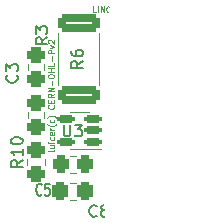
<source format=gbr>
%TF.GenerationSoftware,KiCad,Pcbnew,(6.0.1)*%
%TF.CreationDate,2024-02-25T10:31:20+01:00*%
%TF.ProjectId,Lin1,4c696e31-2e6b-4696-9361-645f70636258,rev?*%
%TF.SameCoordinates,Original*%
%TF.FileFunction,Legend,Top*%
%TF.FilePolarity,Positive*%
%FSLAX46Y46*%
G04 Gerber Fmt 4.6, Leading zero omitted, Abs format (unit mm)*
G04 Created by KiCad (PCBNEW (6.0.1)) date 2024-02-25 10:31:20*
%MOMM*%
%LPD*%
G01*
G04 APERTURE LIST*
G04 Aperture macros list*
%AMRoundRect*
0 Rectangle with rounded corners*
0 $1 Rounding radius*
0 $2 $3 $4 $5 $6 $7 $8 $9 X,Y pos of 4 corners*
0 Add a 4 corners polygon primitive as box body*
4,1,4,$2,$3,$4,$5,$6,$7,$8,$9,$2,$3,0*
0 Add four circle primitives for the rounded corners*
1,1,$1+$1,$2,$3*
1,1,$1+$1,$4,$5*
1,1,$1+$1,$6,$7*
1,1,$1+$1,$8,$9*
0 Add four rect primitives between the rounded corners*
20,1,$1+$1,$2,$3,$4,$5,0*
20,1,$1+$1,$4,$5,$6,$7,0*
20,1,$1+$1,$6,$7,$8,$9,0*
20,1,$1+$1,$8,$9,$2,$3,0*%
%AMFreePoly0*
4,1,215,0.767300,12.195887,1.446896,12.134039,2.121981,12.034351,2.790448,11.897134,3.450213,11.722817,4.099218,11.511942,4.735440,11.265168,5.356895,10.983263,5.961645,10.667108,6.547803,10.317687,7.113543,9.936091,7.657099,9.523510,8.176776,9.081230,8.670954,8.610630,9.138093,8.113178,9.576734,7.590426,9.985511,7.044003,10.363148,6.475613,10.708468,5.887030,11.020393,5.280088,
11.297953,4.656680,11.540279,4.018750,11.746618,3.368288,11.916325,2.707323,12.048872,2.037914,12.143844,1.362150,12.200946,0.682139,12.220000,0.000000,12.215236,-0.341202,12.177143,-1.022543,12.101076,-1.700695,11.987272,-2.373544,11.836086,-3.038990,11.647990,-3.694960,11.423570,-4.339407,11.163525,-4.970322,10.868668,-5.585737,10.539917,-6.183733,10.178298,-6.762445,9.784937,-7.320068,
9.361063,-7.854865,8.907997,-8.365166,8.427151,-8.849380,7.920025,-9.305998,7.388201,-9.733596,6.833337,-10.130839,6.257164,-10.496490,5.661478,-10.829408,5.048136,-11.128554,4.419052,-11.392997,3.776188,-11.621911,3.121547,-11.814582,2.457172,-11.970410,1.785135,-12.088908,1.107530,-12.169707,0.426472,-12.212556,-0.255916,-12.217320,-0.937507,-12.183985,-1.616173,-12.112654,-2.289800,-12.003550,
-2.956286,-11.857014,-3.613552,-11.673502,-4.259550,-11.453586,-4.892265,-11.197953,-5.509724,-10.907399,-6.110000,-10.582830,-6.691223,-10.225260,-7.251579,-9.835802,-7.789321,-9.415672,-8.302773,-8.966179,-8.790332,-8.488725,-9.250480,-7.984800,-9.681779,-7.455974,-10.082887,-6.903897,-10.452551,-6.330290,-10.789620,-5.736942,-11.093041,-5.125704,-11.361869,-4.498482,-11.595265,-3.857231,-11.792502,-3.203952,
-11.952964,-2.540681,-12.076151,-1.869487,-12.161679,-1.192463,-12.209281,-0.511720,-12.213485,-0.210651,-9.282581,-0.210651,-9.249639,-0.809239,-9.178137,-1.404452,-9.068374,-1.993811,-8.920807,-2.574859,-8.736051,-3.145172,-8.514876,-3.702374,-8.258205,-4.244141,-7.967108,-4.768216,-7.642797,-5.272413,-7.286626,-5.754630,-6.900078,-6.212858,-6.484766,-6.645186,-6.042420,-7.049812,-5.574884,-7.425049,
-5.084109,-7.769332,-4.572138,-8.081227,-4.041108,-8.359434,-3.493231,-8.602791,-2.930792,-8.810286,-2.356135,-8.981053,-1.771656,-9.114380,-1.179791,-9.209711,-0.583008,-9.266649,0.016205,-9.284957,0.615351,-9.264558,1.211932,-9.205537,1.803460,-9.108140,2.387471,-8.972774,2.961528,-8.800002,3.523239,-8.590545,4.070263,-8.345277,4.600319,-8.065218,5.111198,-7.751538,5.600769,-7.405544,
6.066991,-7.028677,6.507922,-6.622510,6.921723,-6.188735,7.306669,-5.729160,7.661155,-5.245702,7.983703,-4.740376,8.272970,-4.215289,8.527748,-3.672629,8.746976,-3.114658,8.929740,-2.543703,9.075278,-1.962145,9.182984,-1.372406,9.252407,-0.776946,9.283260,-0.178248,9.284971,0.000000,9.265618,0.599181,9.207638,1.195863,9.111274,1.787561,8.976927,2.371806,8.805158,2.946165,
8.596682,3.508241,8.352368,4.055692,8.073235,4.586236,7.760447,5.097661,7.415308,5.587835,7.039255,6.054715,6.633858,6.496354,6.200806,6.910911,5.741904,7.296658,5.259065,7.651988,4.754303,7.975418,4.229721,8.265600,3.687507,8.521325,3.129920,8.741527,2.559285,8.925287,1.977981,9.071840,1.388431,9.180574,0.793094,9.251037,0.194450,9.282935,-0.405005,9.276134,
-1.002771,9.230663,-1.596357,9.146712,-2.183288,9.024630,-2.761117,8.864926,-3.327436,8.668267,-3.879884,8.435472,-4.416157,8.167511,-4.934020,7.865502,-5.431315,7.530704,-5.905968,7.164512,-6.356000,6.768453,-6.779536,6.344177,-7.174809,5.893454,-7.540172,5.418163,-7.874102,4.920285,-8.175207,4.401895,-8.442231,3.865155,-8.674061,3.312302,-8.869732,2.745641,-9.028427,2.167533,
-9.149484,1.580390,-9.232399,0.986659,-9.276827,0.388814,-9.282581,-0.210651,-12.213485,-0.210651,-12.218809,0.170618,-12.190233,0.852424,-12.123642,1.531572,-12.019243,2.205944,-11.877363,2.873437,-11.698444,3.531969,-11.483044,4.179486,-11.231834,4.813970,-10.945598,5.433442,-10.625228,6.035970,-10.271724,6.619674,-9.886188,7.182736,-9.469822,7.723398,-9.023924,8.239975,-8.549886,8.730856,
-8.049185,9.194510,-7.523383,9.629491,-6.974120,10.034443,-6.403108,10.408103,-5.812128,10.749306,-5.203023,11.056987,-4.577693,11.330187,-3.938087,11.568054,-3.286200,11.769847,-2.624066,11.934935,-1.953748,12.062805,-1.277338,12.153058,-0.596944,12.205411,0.085311,12.219702,0.767300,12.195887,0.767300,12.195887,$1*%
G04 Aperture macros list end*
%ADD10C,0.125000*%
%ADD11C,0.150000*%
%ADD12C,0.120000*%
%ADD13RoundRect,0.325000X0.450000X-0.325000X0.450000X0.325000X-0.450000X0.325000X-0.450000X-0.325000X0*%
%ADD14RoundRect,0.225000X0.512500X0.150000X-0.512500X0.150000X-0.512500X-0.150000X0.512500X-0.150000X0*%
%ADD15RoundRect,0.325000X-0.325000X-0.450000X0.325000X-0.450000X0.325000X0.450000X-0.325000X0.450000X0*%
%ADD16RoundRect,0.075000X1.500000X-1.000000X1.500000X1.000000X-1.500000X1.000000X-1.500000X-1.000000X0*%
%ADD17RoundRect,0.324999X1.425001X-0.450001X1.425001X0.450001X-1.425001X0.450001X-1.425001X-0.450001X0*%
%ADD18RoundRect,0.325000X0.450000X-0.350000X0.450000X0.350000X-0.450000X0.350000X-0.450000X-0.350000X0*%
%ADD19RoundRect,0.075000X-0.600000X1.100000X-0.600000X-1.100000X0.600000X-1.100000X0.600000X1.100000X0*%
%ADD20RoundRect,0.075000X-2.900000X3.200000X-2.900000X-3.200000X2.900000X-3.200000X2.900000X3.200000X0*%
%ADD21C,1.674000*%
%ADD22C,5.090000*%
%ADD23FreePoly0,0.000000*%
%ADD24RoundRect,0.325000X0.337500X0.475000X-0.337500X0.475000X-0.337500X-0.475000X0.337500X-0.475000X0*%
%ADD25O,1.293000X1.007250*%
G04 APERTURE END LIST*
D10*
X145826190Y-103309523D02*
X145802380Y-103357142D01*
X145754761Y-103380952D01*
X145326190Y-103380952D01*
X145492857Y-102904761D02*
X145826190Y-102904761D01*
X145492857Y-103119047D02*
X145754761Y-103119047D01*
X145802380Y-103095238D01*
X145826190Y-103047619D01*
X145826190Y-102976190D01*
X145802380Y-102928571D01*
X145778571Y-102904761D01*
X145826190Y-102666666D02*
X145492857Y-102666666D01*
X145326190Y-102666666D02*
X145350000Y-102690476D01*
X145373809Y-102666666D01*
X145350000Y-102642857D01*
X145326190Y-102666666D01*
X145373809Y-102666666D01*
X145802380Y-102214285D02*
X145826190Y-102261904D01*
X145826190Y-102357142D01*
X145802380Y-102404761D01*
X145778571Y-102428571D01*
X145730952Y-102452380D01*
X145588095Y-102452380D01*
X145540476Y-102428571D01*
X145516666Y-102404761D01*
X145492857Y-102357142D01*
X145492857Y-102261904D01*
X145516666Y-102214285D01*
X145802380Y-101809523D02*
X145826190Y-101857142D01*
X145826190Y-101952380D01*
X145802380Y-102000000D01*
X145754761Y-102023809D01*
X145564285Y-102023809D01*
X145516666Y-102000000D01*
X145492857Y-101952380D01*
X145492857Y-101857142D01*
X145516666Y-101809523D01*
X145564285Y-101785714D01*
X145611904Y-101785714D01*
X145659523Y-102023809D01*
X145826190Y-101571428D02*
X145492857Y-101571428D01*
X145588095Y-101571428D02*
X145540476Y-101547619D01*
X145516666Y-101523809D01*
X145492857Y-101476190D01*
X145492857Y-101428571D01*
X146016666Y-101119047D02*
X145992857Y-101142857D01*
X145921428Y-101190476D01*
X145873809Y-101214285D01*
X145802380Y-101238095D01*
X145683333Y-101261904D01*
X145588095Y-101261904D01*
X145469047Y-101238095D01*
X145397619Y-101214285D01*
X145350000Y-101190476D01*
X145278571Y-101142857D01*
X145254761Y-101119047D01*
X145802380Y-100714285D02*
X145826190Y-100761904D01*
X145826190Y-100857142D01*
X145802380Y-100904761D01*
X145778571Y-100928571D01*
X145730952Y-100952380D01*
X145588095Y-100952380D01*
X145540476Y-100928571D01*
X145516666Y-100904761D01*
X145492857Y-100857142D01*
X145492857Y-100761904D01*
X145516666Y-100714285D01*
X146016666Y-100547619D02*
X145992857Y-100523809D01*
X145921428Y-100476190D01*
X145873809Y-100452380D01*
X145802380Y-100428571D01*
X145683333Y-100404761D01*
X145588095Y-100404761D01*
X145469047Y-100428571D01*
X145397619Y-100452380D01*
X145350000Y-100476190D01*
X145278571Y-100523809D01*
X145254761Y-100547619D01*
X145778571Y-99500000D02*
X145802380Y-99523809D01*
X145826190Y-99595238D01*
X145826190Y-99642857D01*
X145802380Y-99714285D01*
X145754761Y-99761904D01*
X145707142Y-99785714D01*
X145611904Y-99809523D01*
X145540476Y-99809523D01*
X145445238Y-99785714D01*
X145397619Y-99761904D01*
X145350000Y-99714285D01*
X145326190Y-99642857D01*
X145326190Y-99595238D01*
X145350000Y-99523809D01*
X145373809Y-99500000D01*
X145564285Y-99285714D02*
X145564285Y-99119047D01*
X145826190Y-99047619D02*
X145826190Y-99285714D01*
X145326190Y-99285714D01*
X145326190Y-99047619D01*
X145826190Y-98547619D02*
X145588095Y-98714285D01*
X145826190Y-98833333D02*
X145326190Y-98833333D01*
X145326190Y-98642857D01*
X145350000Y-98595238D01*
X145373809Y-98571428D01*
X145421428Y-98547619D01*
X145492857Y-98547619D01*
X145540476Y-98571428D01*
X145564285Y-98595238D01*
X145588095Y-98642857D01*
X145588095Y-98833333D01*
X145826190Y-98333333D02*
X145326190Y-98333333D01*
X145826190Y-98047619D01*
X145326190Y-98047619D01*
X145635714Y-97809523D02*
X145635714Y-97428571D01*
X145326190Y-97095238D02*
X145326190Y-97000000D01*
X145350000Y-96952380D01*
X145397619Y-96904761D01*
X145492857Y-96880952D01*
X145659523Y-96880952D01*
X145754761Y-96904761D01*
X145802380Y-96952380D01*
X145826190Y-97000000D01*
X145826190Y-97095238D01*
X145802380Y-97142857D01*
X145754761Y-97190476D01*
X145659523Y-97214285D01*
X145492857Y-97214285D01*
X145397619Y-97190476D01*
X145350000Y-97142857D01*
X145326190Y-97095238D01*
X145826190Y-96666666D02*
X145326190Y-96666666D01*
X145564285Y-96666666D02*
X145564285Y-96380952D01*
X145826190Y-96380952D02*
X145326190Y-96380952D01*
X145826190Y-95904761D02*
X145826190Y-96142857D01*
X145326190Y-96142857D01*
X145635714Y-95738095D02*
X145635714Y-95357142D01*
X145826190Y-95119047D02*
X145326190Y-95119047D01*
X145326190Y-94928571D01*
X145350000Y-94880952D01*
X145373809Y-94857142D01*
X145421428Y-94833333D01*
X145492857Y-94833333D01*
X145540476Y-94857142D01*
X145564285Y-94880952D01*
X145588095Y-94928571D01*
X145588095Y-95119047D01*
X145492857Y-94666666D02*
X145826190Y-94547619D01*
X145492857Y-94428571D01*
X145373809Y-94261904D02*
X145350000Y-94238095D01*
X145326190Y-94190476D01*
X145326190Y-94071428D01*
X145350000Y-94023809D01*
X145373809Y-94000000D01*
X145421428Y-93976190D01*
X145469047Y-93976190D01*
X145540476Y-94000000D01*
X145826190Y-94285714D01*
X145826190Y-93976190D01*
X149354761Y-91626190D02*
X149116666Y-91626190D01*
X149116666Y-91126190D01*
X149521428Y-91626190D02*
X149521428Y-91126190D01*
X149759523Y-91626190D02*
X149759523Y-91126190D01*
X150045238Y-91626190D01*
X150045238Y-91126190D01*
X150378571Y-91126190D02*
X150426190Y-91126190D01*
X150473809Y-91150000D01*
X150497619Y-91173809D01*
X150521428Y-91221428D01*
X150545238Y-91316666D01*
X150545238Y-91435714D01*
X150521428Y-91530952D01*
X150497619Y-91578571D01*
X150473809Y-91602380D01*
X150426190Y-91626190D01*
X150378571Y-91626190D01*
X150330952Y-91602380D01*
X150307142Y-91578571D01*
X150283333Y-91530952D01*
X150259523Y-91435714D01*
X150259523Y-91316666D01*
X150283333Y-91221428D01*
X150307142Y-91173809D01*
X150330952Y-91150000D01*
X150378571Y-91126190D01*
X151021428Y-91626190D02*
X150735714Y-91626190D01*
X150878571Y-91626190D02*
X150878571Y-91126190D01*
X150830952Y-91197619D01*
X150783333Y-91245238D01*
X150735714Y-91269047D01*
X151116666Y-91673809D02*
X151497619Y-91673809D01*
X151545238Y-91126190D02*
X151711904Y-91626190D01*
X151878571Y-91126190D01*
X152307142Y-91626190D02*
X152021428Y-91626190D01*
X152164285Y-91626190D02*
X152164285Y-91126190D01*
X152116666Y-91197619D01*
X152069047Y-91245238D01*
X152021428Y-91269047D01*
D11*
%TO.C,C3*%
X142657142Y-96966666D02*
X142704761Y-97014285D01*
X142752380Y-97157142D01*
X142752380Y-97252380D01*
X142704761Y-97395238D01*
X142609523Y-97490476D01*
X142514285Y-97538095D01*
X142323809Y-97585714D01*
X142180952Y-97585714D01*
X141990476Y-97538095D01*
X141895238Y-97490476D01*
X141800000Y-97395238D01*
X141752380Y-97252380D01*
X141752380Y-97157142D01*
X141800000Y-97014285D01*
X141847619Y-96966666D01*
X141752380Y-96633333D02*
X141752380Y-96014285D01*
X142133333Y-96347619D01*
X142133333Y-96204761D01*
X142180952Y-96109523D01*
X142228571Y-96061904D01*
X142323809Y-96014285D01*
X142561904Y-96014285D01*
X142657142Y-96061904D01*
X142704761Y-96109523D01*
X142752380Y-96204761D01*
X142752380Y-96490476D01*
X142704761Y-96585714D01*
X142657142Y-96633333D01*
%TO.C,R3*%
X145252380Y-93766666D02*
X144776190Y-94100000D01*
X145252380Y-94338095D02*
X144252380Y-94338095D01*
X144252380Y-93957142D01*
X144300000Y-93861904D01*
X144347619Y-93814285D01*
X144442857Y-93766666D01*
X144585714Y-93766666D01*
X144680952Y-93814285D01*
X144728571Y-93861904D01*
X144776190Y-93957142D01*
X144776190Y-94338095D01*
X144252380Y-93433333D02*
X144252380Y-92814285D01*
X144633333Y-93147619D01*
X144633333Y-93004761D01*
X144680952Y-92909523D01*
X144728571Y-92861904D01*
X144823809Y-92814285D01*
X145061904Y-92814285D01*
X145157142Y-92861904D01*
X145204761Y-92909523D01*
X145252380Y-93004761D01*
X145252380Y-93290476D01*
X145204761Y-93385714D01*
X145157142Y-93433333D01*
%TO.C,U3*%
X146638095Y-101152380D02*
X146638095Y-101961904D01*
X146685714Y-102057142D01*
X146733333Y-102104761D01*
X146828571Y-102152380D01*
X147019047Y-102152380D01*
X147114285Y-102104761D01*
X147161904Y-102057142D01*
X147209523Y-101961904D01*
X147209523Y-101152380D01*
X147590476Y-101152380D02*
X148209523Y-101152380D01*
X147876190Y-101533333D01*
X148019047Y-101533333D01*
X148114285Y-101580952D01*
X148161904Y-101628571D01*
X148209523Y-101723809D01*
X148209523Y-101961904D01*
X148161904Y-102057142D01*
X148114285Y-102104761D01*
X148019047Y-102152380D01*
X147733333Y-102152380D01*
X147638095Y-102104761D01*
X147590476Y-102057142D01*
%TO.C,C5*%
X144775000Y-107057142D02*
X144739285Y-107104761D01*
X144632142Y-107152380D01*
X144560714Y-107152380D01*
X144453571Y-107104761D01*
X144382142Y-107009523D01*
X144346428Y-106914285D01*
X144310714Y-106723809D01*
X144310714Y-106580952D01*
X144346428Y-106390476D01*
X144382142Y-106295238D01*
X144453571Y-106200000D01*
X144560714Y-106152380D01*
X144632142Y-106152380D01*
X144739285Y-106200000D01*
X144775000Y-106247619D01*
X145453571Y-106152380D02*
X145096428Y-106152380D01*
X145060714Y-106628571D01*
X145096428Y-106580952D01*
X145167857Y-106533333D01*
X145346428Y-106533333D01*
X145417857Y-106580952D01*
X145453571Y-106628571D01*
X145489285Y-106723809D01*
X145489285Y-106961904D01*
X145453571Y-107057142D01*
X145417857Y-107104761D01*
X145346428Y-107152380D01*
X145167857Y-107152380D01*
X145096428Y-107104761D01*
X145060714Y-107057142D01*
%TO.C,-1*%
X155011428Y-94583142D02*
X155011428Y-93821238D01*
X155392380Y-92821238D02*
X155392380Y-93392666D01*
X155392380Y-93106952D02*
X154392380Y-93106952D01*
X154535238Y-93202190D01*
X154630476Y-93297428D01*
X154678095Y-93392666D01*
%TO.C,+1*%
X154690428Y-107333142D02*
X154690428Y-106571238D01*
X155071380Y-106952190D02*
X154309476Y-106952190D01*
X155071380Y-105571238D02*
X155071380Y-106142666D01*
X155071380Y-105856952D02*
X154071380Y-105856952D01*
X154214238Y-105952190D01*
X154309476Y-106047428D01*
X154357095Y-106142666D01*
%TO.C,R6*%
X148262380Y-95756666D02*
X147786190Y-96090000D01*
X148262380Y-96328095D02*
X147262380Y-96328095D01*
X147262380Y-95947142D01*
X147310000Y-95851904D01*
X147357619Y-95804285D01*
X147452857Y-95756666D01*
X147595714Y-95756666D01*
X147690952Y-95804285D01*
X147738571Y-95851904D01*
X147786190Y-95947142D01*
X147786190Y-96328095D01*
X147262380Y-94899523D02*
X147262380Y-95090000D01*
X147310000Y-95185238D01*
X147357619Y-95232857D01*
X147500476Y-95328095D01*
X147690952Y-95375714D01*
X148071904Y-95375714D01*
X148167142Y-95328095D01*
X148214761Y-95280476D01*
X148262380Y-95185238D01*
X148262380Y-94994761D01*
X148214761Y-94899523D01*
X148167142Y-94851904D01*
X148071904Y-94804285D01*
X147833809Y-94804285D01*
X147738571Y-94851904D01*
X147690952Y-94899523D01*
X147643333Y-94994761D01*
X147643333Y-95185238D01*
X147690952Y-95280476D01*
X147738571Y-95328095D01*
X147833809Y-95375714D01*
%TO.C,R5*%
X158452380Y-97366666D02*
X157976190Y-97700000D01*
X158452380Y-97938095D02*
X157452380Y-97938095D01*
X157452380Y-97557142D01*
X157500000Y-97461904D01*
X157547619Y-97414285D01*
X157642857Y-97366666D01*
X157785714Y-97366666D01*
X157880952Y-97414285D01*
X157928571Y-97461904D01*
X157976190Y-97557142D01*
X157976190Y-97938095D01*
X157452380Y-96461904D02*
X157452380Y-96938095D01*
X157928571Y-96985714D01*
X157880952Y-96938095D01*
X157833333Y-96842857D01*
X157833333Y-96604761D01*
X157880952Y-96509523D01*
X157928571Y-96461904D01*
X158023809Y-96414285D01*
X158261904Y-96414285D01*
X158357142Y-96461904D01*
X158404761Y-96509523D01*
X158452380Y-96604761D01*
X158452380Y-96842857D01*
X158404761Y-96938095D01*
X158357142Y-96985714D01*
%TO.C,Q2*%
X158247619Y-103295238D02*
X158200000Y-103390476D01*
X158104761Y-103485714D01*
X157961904Y-103628571D01*
X157914285Y-103723809D01*
X157914285Y-103819047D01*
X158152380Y-103771428D02*
X158104761Y-103866666D01*
X158009523Y-103961904D01*
X157819047Y-104009523D01*
X157485714Y-104009523D01*
X157295238Y-103961904D01*
X157200000Y-103866666D01*
X157152380Y-103771428D01*
X157152380Y-103580952D01*
X157200000Y-103485714D01*
X157295238Y-103390476D01*
X157485714Y-103342857D01*
X157819047Y-103342857D01*
X158009523Y-103390476D01*
X158104761Y-103485714D01*
X158152380Y-103580952D01*
X158152380Y-103771428D01*
X157247619Y-102961904D02*
X157200000Y-102914285D01*
X157152380Y-102819047D01*
X157152380Y-102580952D01*
X157200000Y-102485714D01*
X157247619Y-102438095D01*
X157342857Y-102390476D01*
X157438095Y-102390476D01*
X157580952Y-102438095D01*
X158152380Y-103009523D01*
X158152380Y-102390476D01*
%TO.C,C8*%
X149433333Y-108857142D02*
X149385714Y-108904761D01*
X149242857Y-108952380D01*
X149147619Y-108952380D01*
X149004761Y-108904761D01*
X148909523Y-108809523D01*
X148861904Y-108714285D01*
X148814285Y-108523809D01*
X148814285Y-108380952D01*
X148861904Y-108190476D01*
X148909523Y-108095238D01*
X149004761Y-108000000D01*
X149147619Y-107952380D01*
X149242857Y-107952380D01*
X149385714Y-108000000D01*
X149433333Y-108047619D01*
X150004761Y-108380952D02*
X149909523Y-108333333D01*
X149861904Y-108285714D01*
X149814285Y-108190476D01*
X149814285Y-108142857D01*
X149861904Y-108047619D01*
X149909523Y-108000000D01*
X150004761Y-107952380D01*
X150195238Y-107952380D01*
X150290476Y-108000000D01*
X150338095Y-108047619D01*
X150385714Y-108142857D01*
X150385714Y-108190476D01*
X150338095Y-108285714D01*
X150290476Y-108333333D01*
X150195238Y-108380952D01*
X150004761Y-108380952D01*
X149909523Y-108428571D01*
X149861904Y-108476190D01*
X149814285Y-108571428D01*
X149814285Y-108761904D01*
X149861904Y-108857142D01*
X149909523Y-108904761D01*
X150004761Y-108952380D01*
X150195238Y-108952380D01*
X150290476Y-108904761D01*
X150338095Y-108857142D01*
X150385714Y-108761904D01*
X150385714Y-108571428D01*
X150338095Y-108476190D01*
X150290476Y-108428571D01*
X150195238Y-108380952D01*
%TO.C,R10*%
X143152380Y-104142857D02*
X142676190Y-104476190D01*
X143152380Y-104714285D02*
X142152380Y-104714285D01*
X142152380Y-104333333D01*
X142200000Y-104238095D01*
X142247619Y-104190476D01*
X142342857Y-104142857D01*
X142485714Y-104142857D01*
X142580952Y-104190476D01*
X142628571Y-104238095D01*
X142676190Y-104333333D01*
X142676190Y-104714285D01*
X143152380Y-103190476D02*
X143152380Y-103761904D01*
X143152380Y-103476190D02*
X142152380Y-103476190D01*
X142295238Y-103571428D01*
X142390476Y-103666666D01*
X142438095Y-103761904D01*
X142152380Y-102571428D02*
X142152380Y-102476190D01*
X142200000Y-102380952D01*
X142247619Y-102333333D01*
X142342857Y-102285714D01*
X142533333Y-102238095D01*
X142771428Y-102238095D01*
X142961904Y-102285714D01*
X143057142Y-102333333D01*
X143104761Y-102380952D01*
X143152380Y-102476190D01*
X143152380Y-102571428D01*
X143104761Y-102666666D01*
X143057142Y-102714285D01*
X142961904Y-102761904D01*
X142771428Y-102809523D01*
X142533333Y-102809523D01*
X142342857Y-102761904D01*
X142247619Y-102714285D01*
X142200000Y-102666666D01*
X142152380Y-102571428D01*
D12*
%TO.C,C3*%
X143590000Y-100561252D02*
X143590000Y-100038748D01*
X145010000Y-100561252D02*
X145010000Y-100038748D01*
%TO.C,R3*%
X145010000Y-96561252D02*
X145010000Y-96038748D01*
X143590000Y-96561252D02*
X143590000Y-96038748D01*
%TO.C,U3*%
X148000000Y-100080000D02*
X148800000Y-100080000D01*
X148000000Y-103200000D02*
X147200000Y-103200000D01*
X148000000Y-103200000D02*
X149800000Y-103200000D01*
X148000000Y-100080000D02*
X147200000Y-100080000D01*
%TO.C,C5*%
X147138748Y-103790000D02*
X147661252Y-103790000D01*
X147138748Y-105210000D02*
X147661252Y-105210000D01*
%TO.C,R6*%
X146190000Y-97767064D02*
X146190000Y-93412936D01*
X149610000Y-97767064D02*
X149610000Y-93412936D01*
%TO.C,R5*%
X158835000Y-100227064D02*
X158835000Y-99772936D01*
X157365000Y-100227064D02*
X157365000Y-99772936D01*
%TO.C,Q2*%
X150420000Y-97430000D02*
X150420000Y-96330000D01*
X150150000Y-98930000D02*
X150150000Y-97430000D01*
X150150000Y-97430000D02*
X150420000Y-97430000D01*
X157050000Y-98930000D02*
X157050000Y-97430000D01*
X156780000Y-97430000D02*
X156780000Y-94600000D01*
X157050000Y-97430000D02*
X156780000Y-97430000D01*
%TO.C,C8*%
X147661252Y-107535000D02*
X147138748Y-107535000D01*
X147661252Y-106065000D02*
X147138748Y-106065000D01*
%TO.C,R10*%
X143565000Y-104527064D02*
X143565000Y-104072936D01*
X145035000Y-104527064D02*
X145035000Y-104072936D01*
%TD*%
%LPC*%
D13*
%TO.C,C3*%
X144300000Y-101325000D03*
X144300000Y-99275000D03*
%TD*%
%TO.C,R3*%
X144300000Y-97325000D03*
X144300000Y-95275000D03*
%TD*%
D14*
%TO.C,U3*%
X149137500Y-102590000D03*
X149137500Y-101640000D03*
X149137500Y-100690000D03*
X146862500Y-100690000D03*
X146862500Y-102590000D03*
%TD*%
D15*
%TO.C,C5*%
X146375000Y-104500000D03*
X148425000Y-104500000D03*
%TD*%
D16*
%TO.C,-1*%
X152530000Y-93030000D03*
%TD*%
%TO.C,+1*%
X152000000Y-106950000D03*
%TD*%
D17*
%TO.C,R6*%
X147900000Y-98640000D03*
X147900000Y-92540000D03*
%TD*%
D18*
%TO.C,R5*%
X158100000Y-101000000D03*
X158100000Y-99000000D03*
%TD*%
D19*
%TO.C,Q2*%
X155880000Y-95700000D03*
D20*
X153600000Y-102000000D03*
D19*
X153600000Y-95700000D03*
X151320000Y-95700000D03*
%TD*%
D21*
%TO.C,J2*%
X156096000Y-91364000D03*
X139250000Y-100000000D03*
D22*
X150000000Y-111750000D03*
D21*
X157620000Y-107366000D03*
D22*
X150000000Y-88250000D03*
D23*
X150000000Y-100000000D03*
D21*
X142634000Y-92126000D03*
X160750000Y-100000000D03*
X143142000Y-108128000D03*
%TD*%
D24*
%TO.C,C8*%
X148437500Y-106800000D03*
X146362500Y-106800000D03*
%TD*%
D18*
%TO.C,R10*%
X144300000Y-105300000D03*
X144300000Y-103300000D03*
%TD*%
D25*
%TO.C,U1*%
X142400000Y-98700000D03*
X142400000Y-99970000D03*
X142400000Y-101240000D03*
%TD*%
M02*

</source>
